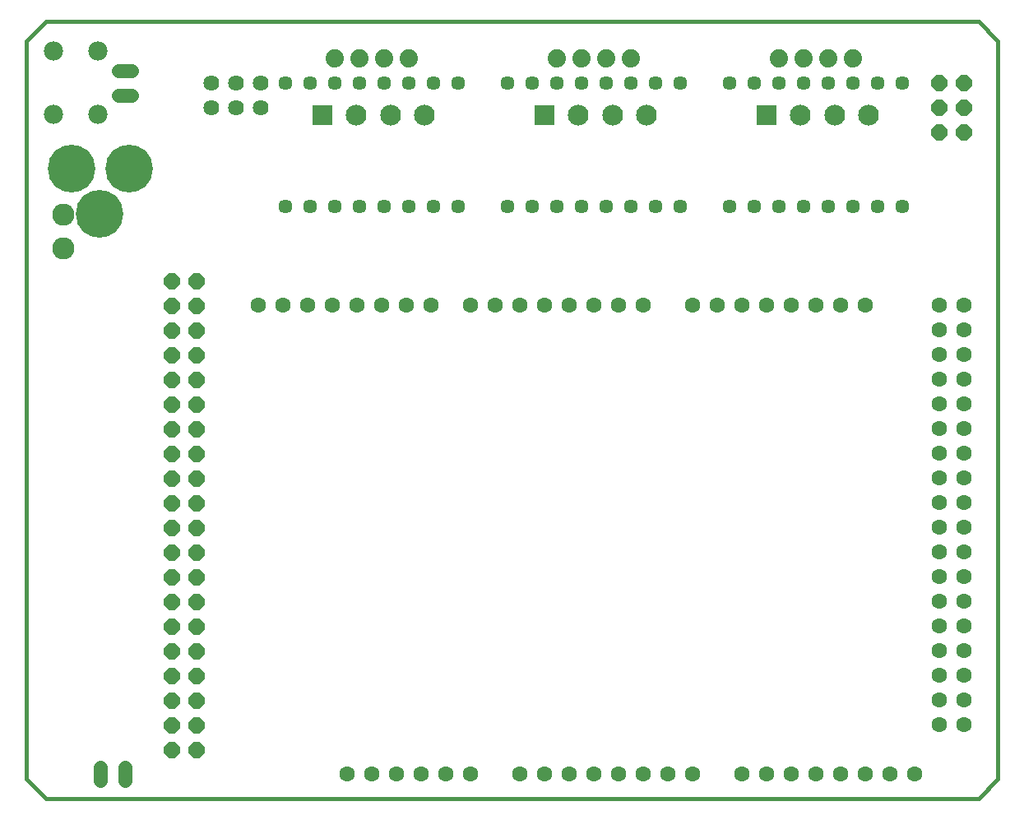
<source format=gbs>
G75*
%MOIN*%
%OFA0B0*%
%FSLAX24Y24*%
%IPPOS*%
%LPD*%
%AMOC8*
5,1,8,0,0,1.08239X$1,22.5*
%
%ADD10C,0.0160*%
%ADD11C,0.0631*%
%ADD12C,0.0740*%
%ADD13C,0.0571*%
%ADD14C,0.0640*%
%ADD15C,0.1930*%
%ADD16C,0.0580*%
%ADD17R,0.0840X0.0840*%
%ADD18C,0.0840*%
%ADD19C,0.0900*%
%ADD20C,0.0780*%
%ADD21OC8,0.0640*%
D10*
X002180Y002467D02*
X002967Y001680D01*
X040763Y001680D01*
X041550Y002467D01*
X041550Y032389D01*
X040763Y033176D01*
X002967Y033176D01*
X002180Y032389D01*
X002180Y002467D01*
D11*
X015180Y002680D03*
X016180Y002680D03*
X017180Y002680D03*
X018180Y002680D03*
X019180Y002680D03*
X020180Y002680D03*
X022180Y002680D03*
X023180Y002680D03*
X024180Y002680D03*
X025180Y002680D03*
X026180Y002680D03*
X027180Y002680D03*
X028180Y002680D03*
X029180Y002680D03*
X031180Y002680D03*
X032180Y002680D03*
X033180Y002680D03*
X034180Y002680D03*
X035180Y002680D03*
X036180Y002680D03*
X037180Y002680D03*
X038180Y002680D03*
X039180Y004680D03*
X040180Y004680D03*
X040180Y005680D03*
X039180Y005680D03*
X039180Y006680D03*
X040180Y006680D03*
X040180Y007680D03*
X040180Y008680D03*
X039180Y008680D03*
X039180Y007680D03*
X039180Y009680D03*
X040180Y009680D03*
X040180Y010680D03*
X039180Y010680D03*
X039180Y011680D03*
X040180Y011680D03*
X040180Y012680D03*
X039180Y012680D03*
X039180Y013680D03*
X040180Y013680D03*
X040180Y014680D03*
X040180Y015680D03*
X039180Y015680D03*
X039180Y014680D03*
X039180Y016680D03*
X040180Y016680D03*
X040180Y017680D03*
X039180Y017680D03*
X039180Y018680D03*
X040180Y018680D03*
X040180Y019680D03*
X039180Y019680D03*
X039180Y020680D03*
X040180Y020680D03*
X040180Y021680D03*
X039180Y021680D03*
X036180Y021680D03*
X035180Y021680D03*
X034180Y021680D03*
X033180Y021680D03*
X032180Y021680D03*
X031180Y021680D03*
X030180Y021680D03*
X029180Y021680D03*
X027180Y021680D03*
X026180Y021680D03*
X025180Y021680D03*
X024180Y021680D03*
X023180Y021680D03*
X022180Y021680D03*
X021180Y021680D03*
X020180Y021680D03*
X018580Y021680D03*
X017580Y021680D03*
X016580Y021680D03*
X015580Y021680D03*
X014580Y021680D03*
X013580Y021680D03*
X012580Y021680D03*
X011580Y021680D03*
D12*
X014680Y031680D03*
X015680Y031680D03*
X016680Y031680D03*
X017680Y031680D03*
X023680Y031680D03*
X024680Y031680D03*
X025680Y031680D03*
X026680Y031680D03*
X032680Y031680D03*
X033680Y031680D03*
X034680Y031680D03*
X035680Y031680D03*
D13*
X035680Y030680D03*
X036680Y030680D03*
X037680Y030680D03*
X034680Y030680D03*
X033680Y030680D03*
X032680Y030680D03*
X031680Y030680D03*
X030680Y030680D03*
X028680Y030680D03*
X027680Y030680D03*
X026680Y030680D03*
X025680Y030680D03*
X024680Y030680D03*
X023680Y030680D03*
X022680Y030680D03*
X021680Y030680D03*
X019680Y030680D03*
X018680Y030680D03*
X017680Y030680D03*
X016680Y030680D03*
X015680Y030680D03*
X014680Y030680D03*
X013680Y030680D03*
X012680Y030680D03*
X012680Y025680D03*
X013680Y025680D03*
X014680Y025680D03*
X015680Y025680D03*
X016680Y025680D03*
X017680Y025680D03*
X018680Y025680D03*
X019680Y025680D03*
X021680Y025680D03*
X022680Y025680D03*
X023680Y025680D03*
X024680Y025680D03*
X025680Y025680D03*
X026680Y025680D03*
X027680Y025680D03*
X028680Y025680D03*
X030680Y025680D03*
X031680Y025680D03*
X032680Y025680D03*
X033680Y025680D03*
X034680Y025680D03*
X035680Y025680D03*
X036680Y025680D03*
X037680Y025680D03*
D14*
X011680Y029680D03*
X010680Y029680D03*
X010680Y030680D03*
X011680Y030680D03*
X009680Y030680D03*
X009680Y029680D03*
D15*
X006337Y027219D03*
X004015Y027219D03*
X005156Y025369D03*
D16*
X005910Y030180D02*
X006450Y030180D01*
X006450Y031180D02*
X005910Y031180D01*
X006180Y002950D02*
X006180Y002410D01*
X005180Y002410D02*
X005180Y002950D01*
D17*
X014180Y029380D03*
X023180Y029380D03*
X032180Y029380D03*
D18*
X033558Y029380D03*
X034936Y029380D03*
X036314Y029380D03*
X027314Y029380D03*
X025936Y029380D03*
X024558Y029380D03*
X018314Y029380D03*
X016936Y029380D03*
X015558Y029380D03*
D19*
X003680Y025349D03*
X003680Y023971D03*
D20*
X003290Y029400D03*
X005070Y029400D03*
X005070Y031960D03*
X003290Y031960D03*
D21*
X008066Y022637D03*
X009066Y022637D03*
X009066Y021637D03*
X008066Y021637D03*
X008066Y020637D03*
X009066Y020637D03*
X009066Y019637D03*
X008066Y019637D03*
X008066Y018637D03*
X009066Y018637D03*
X009066Y017637D03*
X008066Y017637D03*
X008066Y016637D03*
X009066Y016637D03*
X009066Y015637D03*
X008066Y015637D03*
X008066Y014637D03*
X009066Y014637D03*
X009066Y013637D03*
X008066Y013637D03*
X008066Y012637D03*
X009066Y012637D03*
X009066Y011637D03*
X008066Y011637D03*
X008066Y010637D03*
X009066Y010637D03*
X009066Y009637D03*
X008066Y009637D03*
X008066Y008637D03*
X009066Y008637D03*
X009066Y007637D03*
X008066Y007637D03*
X008066Y006637D03*
X009066Y006637D03*
X009066Y005637D03*
X008066Y005637D03*
X008066Y004637D03*
X009066Y004637D03*
X009066Y003637D03*
X008066Y003637D03*
X039180Y028680D03*
X040180Y028680D03*
X040180Y029680D03*
X039180Y029680D03*
X039180Y030680D03*
X040180Y030680D03*
M02*

</source>
